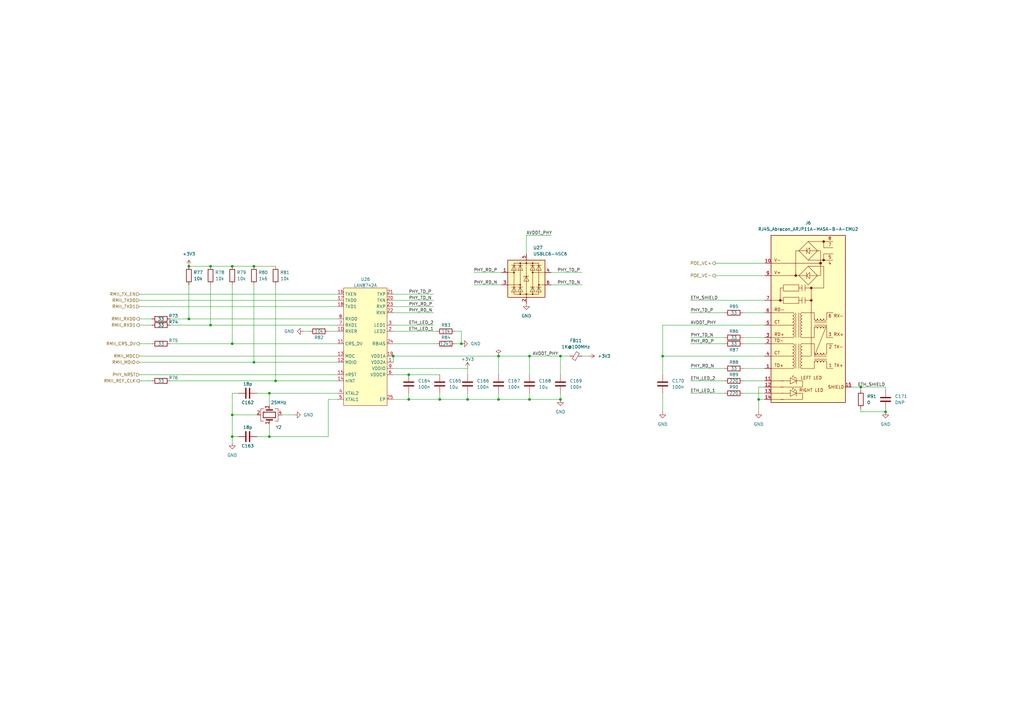
<source format=kicad_sch>
(kicad_sch (version 20211123) (generator eeschema)
  (paper "A3")
  (title_block (title "Kirdy") (date "2022-07-03") (rev "r0.1") (company "M-Labs") (comment 1 "Alex Wong Tat Hang"))
  (lib_symbols
    (symbol "Connector:RJ45_Abracon_ARJP11A-MASA-B-A-EMU2" (pin_names (offset 1.016) hide)
      (property "Reference" "J" (at 0 -38.1 0))
      (property "Value" "RJ45_Abracon_ARJP11A-MASA-B-A-EMU2" (at 0 -35.56 0))
      (symbol "RJ45_Abracon_ARJP11A-MASA-B-A-EMU2_0_0"
        (rectangle (start -15.24 -34.29) (end 15.24 34.29) (stroke (width 0.254)) (fill (type background)))
        (rectangle (start -3.81 8.89) (end -10.16 6.35))
        (polyline (pts (xy -15.24 -33.02) (xy -10.16 -33.02)))
        (polyline (pts (xy -15.24 -30.48) (xy -10.16 -30.48)))
        (polyline (pts (xy -15.24 -27.94) (xy -10.16 -27.94)))
        (polyline (pts (xy -15.24 -25.4) (xy -10.16 -25.4)))
        (polyline (pts (xy -15.24 -20.32) (xy -10.16 -20.32)))
        (polyline (pts (xy -15.24 -15.24) (xy -10.16 -15.24)))
        (polyline (pts (xy -15.24 -10.16) (xy -10.16 -10.16)))
        (polyline (pts (xy -15.24 -7.62) (xy -10.16 -7.62)))
        (polyline (pts (xy -15.24 -2.54) (xy -10.16 -2.54)))
        (polyline (pts (xy -15.24 2.54) (xy -10.16 2.54)))
        (polyline (pts (xy -15.24 22.86) (xy 5.08 22.86)))
        (polyline (pts (xy -11.43 7.62) (xy -15.24 7.62)))
        (polyline (pts (xy -11.176 -25.4) (xy -7.366 -25.4)))
        (polyline (pts (xy -10.16 7.62) (xy -11.43 7.62)))
        (polyline (pts (xy -5.08 17.78) (xy -15.24 17.78)))
        (polyline (pts (xy -5.08 17.78) (xy -3.81 17.78)))
        (polyline (pts (xy -5.08 19.05) (xy -5.08 17.78)))
        (polyline (pts (xy -3.81 7.62) (xy -2.54 7.62)))
        (polyline (pts (xy -3.81 12.7) (xy -2.54 12.7)))
        (polyline (pts (xy -2.54 8.89) (xy -2.54 6.35)))
        (polyline (pts (xy -1.27 8.89) (xy -1.27 6.35)))
        (polyline (pts (xy -1.27 13.97) (xy -1.27 11.43)))
        (polyline (pts (xy 0 21.59) (xy 6.35 21.59)))
        (polyline (pts (xy 0 24.13) (xy 10.16 24.13)))
        (polyline (pts (xy 0 31.75) (xy 10.16 31.75)))
        (polyline (pts (xy 1.27 10.16) (xy 1.27 12.7)))
        (polyline (pts (xy -10.16 12.7) (xy -11.43 12.7) (xy -11.43 7.62)))
        (polyline (pts (xy -3.81 27.94) (xy -5.08 27.94) (xy -5.08 17.78)))
        (polyline (pts (xy -1.27 12.7) (xy 0 12.7) (xy 1.27 12.7)))
        (polyline (pts (xy 1.27 12.7) (xy 6.35 12.7) (xy 6.35 21.59)))
        (polyline (pts (xy 6.35 24.13) (xy 6.35 26.67) (xy 10.16 26.67)))
        (polyline (pts (xy 6.35 31.75) (xy 6.35 29.21) (xy 10.16 29.21)))
        (polyline (pts (xy -4.826 -25.4) (xy -2.286 -25.4) (xy -2.286 -27.94) (xy -11.176 -27.94)))
        (polyline (pts (xy -2.54 -15.24) (xy -1.27 -15.24) (xy 1.27 -15.24) (xy 1.27 10.16)))
        (polyline (pts (xy 3.81 17.78) (xy 5.08 17.78) (xy 5.08 27.94) (xy 3.81 27.94)))
        (polyline (pts (xy -3.81 17.78) (xy 0 13.97) (xy 3.81 17.78) (xy 0 21.59) (xy -3.81 17.78)))
        (circle (center 1.27 7.62) (radius 0.0001) (stroke (width 0.508)))
        (text "1 TX+" (at 11.43 -19.05 0) (effects (font (size 1.27 1.27))))
        (text "2 TX-" (at 11.43 -11.43 0) (effects (font (size 1.27 1.27))))
        (text "3 RX+" (at 11.43 -6.35 0) (effects (font (size 1.27 1.27))))
        (text "4" (at 8.89 22.86 0) (effects (font (size 1.27 1.27))))
        (text "5" (at 8.89 25.4 0) (effects (font (size 1.27 1.27))))
        (text "6 RX-" (at 11.43 1.27 0) (effects (font (size 1.27 1.27))))
        (text "7" (at 8.89 30.48 0) (effects (font (size 1.27 1.27))))
        (text "8" (at 8.89 33.02 0) (effects (font (size 1.27 1.27))))
        (text "CT" (at -13.97 -1.27 0) (effects (font (size 1.27 1.27)) (justify left)))
        (text "LEFT LED" (at 1.27 -24.13 0) (effects (font (size 1.27 1.27))))
        (text "RD-" (at -13.97 3.81 0) (effects (font (size 1.27 1.27)) (justify left)))
        (text "SHIELD" (at 11.43 -27.94 0) (effects (font (size 1.27 1.27))))
        (text "V+" (at -13.97 19.05 0) (effects (font (size 1.27 1.27)) (justify left)))
        (text "V-" (at -13.97 24.13 0) (effects (font (size 1.27 1.27)) (justify left)))
      )
      (symbol "RJ45_Abracon_ARJP11A-MASA-B-A-EMU2_0_1"
        (arc (start -6.35 -16.51) (mid -5.715 -15.875) (end -6.35 -15.24))
        (arc (start -6.35 -15.24) (mid -5.715 -14.605) (end -6.35 -13.97))
        (arc (start -6.35 -13.97) (mid -6.35 -16.51) (end -6.35 -13.97))
        (arc (start -6.35 -11.43) (mid -5.715 -10.795) (end -6.35 -10.16))
        (polyline (pts (xy -6.35 -20.32) (xy -10.16 -20.32)))
        (polyline (pts (xy -6.35 -15.24) (xy -10.16 -15.24)))
        (polyline (pts (xy -6.35 -10.16) (xy -10.16 -10.16)))
        (polyline (pts (xy -6.35 -7.62) (xy -10.16 -7.62)))
        (polyline (pts (xy -6.35 -2.54) (xy -10.16 -2.54)))
        (polyline (pts (xy -6.35 2.54) (xy -10.16 2.54)))
        (polyline (pts (xy -6.096 -28.448) (xy -6.35 -28.448)))
        (polyline (pts (xy -5.334 -28.956) (xy -5.588 -28.956)))
        (polyline (pts (xy -4.826 -24.13) (xy -4.826 -26.67)))
        (polyline (pts (xy -1.27 7.62) (xy 1.27 7.62)))
        (polyline (pts (xy -0.635 17.78) (xy -3.81 17.78)))
        (polyline (pts (xy -0.635 19.05) (xy -0.635 16.51)))
        (polyline (pts (xy 0.635 17.78) (xy 3.81 17.78)))
        (polyline (pts (xy -6.604 -28.956) (xy -6.096 -28.448) (xy -6.096 -28.702)))
        (polyline (pts (xy -5.842 -29.464) (xy -5.334 -28.956) (xy -5.334 -29.21)))
        (polyline (pts (xy -7.366 -24.13) (xy -7.366 -26.67) (xy -4.826 -25.4) (xy -7.366 -24.13)))
        (polyline (pts (xy 0.635 19.05) (xy 0.635 16.51) (xy -0.635 17.78) (xy 0.635 19.05)))
      )
      (symbol "RJ45_Abracon_ARJP11A-MASA-B-A-EMU2_1_1"
        (circle (center -11.43 7.62) (radius 0.0001) (stroke (width 0.508)))
        (arc (start -6.35 -20.32) (mid -5.715 -19.685) (end -6.35 -19.05))
        (arc (start -6.35 -19.05) (mid -5.715 -18.415) (end -6.35 -17.78))
        (arc (start -6.35 -17.78) (mid -6.35 -20.32) (end -6.35 -17.78))
        (arc (start -6.35 -17.78) (mid -5.715 -17.145) (end -6.35 -16.51))
        (arc (start -6.35 -13.97) (mid -5.715 -13.335) (end -6.35 -12.7))
        (arc (start -6.35 -12.7) (mid -5.715 -12.065) (end -6.35 -11.43))
        (arc (start -6.35 -7.62) (mid -5.715 -6.985) (end -6.35 -6.35))
        (arc (start -6.35 -6.35) (mid -5.715 -5.715) (end -6.35 -5.08))
        (arc (start -6.35 -5.08) (mid -6.35 -7.62) (end -6.35 -5.08))
        (arc (start -6.35 -5.08) (mid -5.715 -4.445) (end -6.35 -3.81))
        (arc (start -6.35 -3.81) (mid -6.35 -6.35) (end -6.35 -3.81))
        (arc (start -6.35 -3.81) (mid -5.715 -3.175) (end -6.35 -2.54))
        (arc (start -6.35 -2.54) (mid -5.715 -1.905) (end -6.35 -1.27))
        (arc (start -6.35 -1.27) (mid -5.715 -0.635) (end -6.35 0))
        (arc (start -6.35 0) (mid -5.715 0.635) (end -6.35 1.27))
        (arc (start -6.35 1.27) (mid -6.35 -1.27) (end -6.35 1.27))
        (arc (start -6.35 1.27) (mid -5.715 1.905) (end -6.35 2.54))
        (circle (center -5.08 17.78) (radius 0.0001) (stroke (width 0.508)))
        (rectangle (start -3.81 13.97) (end -10.16 11.43))
        (arc (start -2.54 -19.05) (mid -3.175 -19.685) (end -2.54 -20.32))
        (arc (start -2.54 -19.05) (mid -2.54 -16.51) (end -2.54 -19.05))
        (arc (start -2.54 -17.78) (mid -3.175 -18.415) (end -2.54 -19.05))
        (arc (start -2.54 -16.51) (mid -3.175 -17.145) (end -2.54 -17.78))
        (arc (start -2.54 -15.24) (mid -3.175 -15.875) (end -2.54 -16.51))
        (arc (start -2.54 -15.24) (mid -2.54 -12.7) (end -2.54 -15.24))
        (arc (start -2.54 -13.97) (mid -3.175 -14.605) (end -2.54 -15.24))
        (arc (start -2.54 -12.7) (mid -3.175 -13.335) (end -2.54 -13.97))
        (arc (start -2.54 -11.43) (mid -3.175 -12.065) (end -2.54 -12.7))
        (arc (start -2.54 -10.16) (mid -3.175 -10.795) (end -2.54 -11.43))
        (arc (start -2.54 -6.35) (mid -3.175 -6.985) (end -2.54 -7.62))
        (arc (start -2.54 -6.35) (mid -2.54 -3.81) (end -2.54 -6.35))
        (arc (start -2.54 -5.08) (mid -3.175 -5.715) (end -2.54 -6.35))
        (arc (start -2.54 -3.81) (mid -3.175 -4.445) (end -2.54 -5.08))
        (arc (start -2.54 -3.81) (mid -2.54 -1.27) (end -2.54 -3.81))
        (arc (start -2.54 -2.54) (mid -3.175 -3.175) (end -2.54 -3.81))
        (arc (start -2.54 -1.27) (mid -3.175 -1.905) (end -2.54 -2.54))
        (arc (start -2.54 0) (mid -3.175 -0.635) (end -2.54 -1.27))
        (arc (start -2.54 0) (mid -2.54 2.54) (end -2.54 0))
        (arc (start -2.54 1.27) (mid -3.175 0.635) (end -2.54 0))
        (arc (start -2.54 2.54) (mid -3.175 1.905) (end -2.54 1.27))
        (polyline (pts (xy -11.176 -30.48) (xy -7.366 -30.48)))
        (polyline (pts (xy -6.096 -23.368) (xy -6.35 -23.368)))
        (polyline (pts (xy -5.334 -23.876) (xy -5.588 -23.876)))
        (polyline (pts (xy -5.08 -10.16) (xy -5.08 -20.32)))
        (polyline (pts (xy -5.08 2.54) (xy -5.08 -7.62)))
        (polyline (pts (xy -4.826 -29.21) (xy -4.826 -31.75)))
        (polyline (pts (xy -3.81 -20.32) (xy -3.81 -10.16)))
        (polyline (pts (xy -3.81 -7.62) (xy -3.81 2.54)))
        (polyline (pts (xy -2.54 13.97) (xy -2.54 11.43)))
        (polyline (pts (xy -0.635 27.94) (xy -3.81 27.94)))
        (polyline (pts (xy -0.635 29.21) (xy -0.635 26.67)))
        (polyline (pts (xy 0.635 27.94) (xy 3.81 27.94)))
        (polyline (pts (xy 2.54 -16.51) (xy 7.62 -16.51)))
        (polyline (pts (xy 2.54 -15.24) (xy 7.62 -2.54)))
        (polyline (pts (xy 2.54 -2.54) (xy 7.62 -2.54)))
        (polyline (pts (xy 7.62 -15.24) (xy 2.54 -15.24)))
        (polyline (pts (xy 7.62 -1.27) (xy 2.54 -1.27)))
        (polyline (pts (xy -6.604 -23.876) (xy -6.096 -23.368) (xy -6.096 -23.622)))
        (polyline (pts (xy -5.842 -24.384) (xy -5.334 -23.876) (xy -5.334 -24.13)))
        (polyline (pts (xy -2.54 -10.16) (xy 2.54 -10.16) (xy 2.54 -13.97)))
        (polyline (pts (xy -2.54 -7.62) (xy 2.54 -7.62) (xy 2.54 -3.81)))
        (polyline (pts (xy -2.54 2.54) (xy 2.54 2.54) (xy 2.54 0)))
        (polyline (pts (xy 2.54 -17.78) (xy 2.54 -20.32) (xy -2.54 -20.32)))
        (polyline (pts (xy 7.62 -17.78) (xy 7.62 -20.32) (xy 10.16 -20.32)))
        (polyline (pts (xy 7.62 -13.97) (xy 7.62 -10.16) (xy 10.16 -10.16)))
        (polyline (pts (xy 7.62 -3.81) (xy 7.62 -7.62) (xy 10.16 -7.62)))
        (polyline (pts (xy 7.62 0) (xy 7.62 2.54) (xy 10.16 2.54)))
        (polyline (pts (xy -7.366 -29.21) (xy -7.366 -31.75) (xy -4.826 -30.48) (xy -7.366 -29.21)))
        (polyline (pts (xy -4.826 -30.48) (xy -2.286 -30.48) (xy -2.286 -33.02) (xy -11.176 -33.02)))
        (polyline (pts (xy 0.635 29.21) (xy 0.635 26.67) (xy -0.635 27.94) (xy 0.635 29.21)))
        (polyline (pts (xy -3.81 27.94) (xy 0 24.13) (xy 3.81 27.94) (xy 0 31.75) (xy -3.81 27.94)))
        (circle (center 1.27 12.7) (radius 0.0001) (stroke (width 0.508)))
        (arc (start 2.54 -17.78) (mid 5.08 -17.78) (end 2.54 -17.78))
        (arc (start 2.54 -13.97) (mid 3.175 -14.605) (end 3.81 -13.97))
        (arc (start 2.54 -13.97) (mid 3.175 -14.605) (end 3.81 -13.97))
        (arc (start 2.54 -3.81) (mid 5.08 -3.81) (end 2.54 -3.81))
        (arc (start 2.54 0) (mid 3.175 -0.635) (end 3.81 0))
        (arc (start 2.54 0) (mid 3.175 -0.635) (end 3.81 0))
        (arc (start 3.81 -17.78) (mid 3.175 -17.145) (end 2.54 -17.78))
        (arc (start 3.81 -17.78) (mid 3.175 -17.145) (end 2.54 -17.78))
        (arc (start 3.81 -13.97) (mid 1.27 -13.97) (end 3.81 -13.97))
        (arc (start 3.81 -13.97) (mid 4.445 -14.605) (end 5.08 -13.97))
        (arc (start 3.81 -3.81) (mid 3.175 -3.175) (end 2.54 -3.81))
        (arc (start 3.81 -3.81) (mid 3.175 -3.175) (end 2.54 -3.81))
        (arc (start 3.81 0) (mid 1.27 0) (end 3.81 0))
        (arc (start 3.81 0) (mid 4.445 -0.635) (end 5.08 0))
        (arc (start 5.08 -17.78) (mid 4.445 -17.145) (end 3.81 -17.78))
        (arc (start 5.08 -17.78) (mid 7.62 -17.78) (end 5.08 -17.78))
        (arc (start 5.08 -13.97) (mid 5.715 -14.605) (end 6.35 -13.97))
        (arc (start 5.08 -13.97) (mid 5.715 -14.605) (end 6.35 -13.97))
        (arc (start 5.08 -3.81) (mid 4.445 -3.175) (end 3.81 -3.81))
        (arc (start 5.08 -3.81) (mid 7.62 -3.81) (end 5.08 -3.81))
        (arc (start 5.08 0) (mid 5.715 -0.635) (end 6.35 0))
        (arc (start 5.08 0) (mid 5.715 -0.635) (end 6.35 0))
        (circle (center 5.08 22.86) (radius 0.0001) (stroke (width 0.508)))
        (circle (center 5.08 22.86) (radius 0.0001) (stroke (width 0.508)))
        (arc (start 6.35 -17.78) (mid 5.715 -17.145) (end 5.08 -17.78))
        (arc (start 6.35 -17.78) (mid 5.715 -17.145) (end 5.08 -17.78))
        (arc (start 6.35 -13.97) (mid 3.81 -13.97) (end 6.35 -13.97))
        (arc (start 6.35 -13.97) (mid 6.985 -14.605) (end 7.62 -13.97))
        (arc (start 6.35 -3.81) (mid 5.715 -3.175) (end 5.08 -3.81))
        (arc (start 6.35 -3.81) (mid 5.715 -3.175) (end 5.08 -3.81))
        (arc (start 6.35 0) (mid 3.81 0) (end 6.35 0))
        (arc (start 6.35 0) (mid 6.985 -0.635) (end 7.62 0))
        (circle (center 6.35 24.13) (radius 0.0001) (stroke (width 0.508)))
        (circle (center 6.35 31.75) (radius 0.0001) (stroke (width 0.508)))
        (arc (start 7.62 -17.78) (mid 6.985 -17.145) (end 6.35 -17.78))
        (arc (start 7.62 -3.81) (mid 6.985 -3.175) (end 6.35 -3.81))
        (text "CT" (at -13.97 -13.97 0) (effects (font (size 1.27 1.27)) (justify left)))
        (text "RD+" (at -13.97 -6.35 0) (effects (font (size 1.27 1.27)) (justify left)))
        (text "RIGHT LED" (at 1.27 -29.21 0) (effects (font (size 1.27 1.27))))
        (text "TD+" (at -13.97 -19.05 0) (effects (font (size 1.27 1.27)) (justify left)))
        (text "TD-" (at -13.97 -8.89 0) (effects (font (size 1.27 1.27)) (justify left)))
        (pin passive line (at -17.78 -20.32 0) (length 2.54) (name "TD+") (number "1"))
        (pin power_out line (at -17.78 22.86 0) (length 2.54) (name "V-") (number "10"))
        (pin passive line (at -17.78 -25.4 0) (length 2.54) (name "LLED+") (number "11"))
        (pin passive line (at -17.78 -27.94 0) (length 2.54) (name "LLED-") (number "12"))
        (pin passive line (at -17.78 -30.48 0) (length 2.54) (name "RLED+") (number "13"))
        (pin passive line (at -17.78 -33.02 0) (length 2.54) (name "RLED-") (number "14"))
        (pin passive line (at 17.78 -27.94 180) (length 2.54) (name "SHIELD") (number "15"))
        (pin passive line (at -17.78 -10.16 0) (length 2.54) (name "TD-") (number "2"))
        (pin passive line (at -17.78 -7.62 0) (length 2.54) (name "RD+") (number "3"))
        (pin passive line (at -17.78 -15.24 0) (length 2.54) (name "CT") (number "4"))
        (pin passive line (at -17.78 -2.54 0) (length 2.54) (name "CT") (number "5"))
        (pin passive line (at -17.78 2.54 0) (length 2.54) (name "RD-") (number "6"))
        (pin passive line (at -17.78 7.62 0) (length 2.54) (name "7") (number "7"))
        (pin power_out line (at -17.78 17.78 0) (length 2.54) (name "V+") (number "9"))
      )
    )
    (symbol "Device:C" (pin_numbers hide) (pin_names (offset 0.254))
      (property "Reference" "C" (at 0.635 2.54 0))
      (property "Value" "C" (at 0.635 -2.54 0))
      (symbol "C_0_1"
        (polyline (pts (xy -2.032 -0.762) (xy 2.032 -0.762)) (stroke (width 0.508)))
        (polyline (pts (xy -2.032 0.762) (xy 2.032 0.762)) (stroke (width 0.508)))
      )
      (symbol "C_1_1"
        (pin passive line (at 0 3.81 270) (length 2.794) (name "~") (number "1"))
        (pin passive line (at 0 -3.81 90) (length 2.794) (name "~") (number "2"))
      )
    )
    (symbol "Device:Crystal_GND24" (pin_names (offset 1.016) hide)
      (property "Reference" "Y" (at 3.175 5.08 0))
      (property "Value" "Crystal_GND24" (at 3.175 3.175 0))
      (symbol "Crystal_GND24_0_1"
        (rectangle (start -1.143 2.54) (end 1.143 -2.54) (stroke (width 0.3048)))
        (polyline (pts (xy -2.54 0) (xy -2.032 0)))
        (polyline (pts (xy -2.032 -1.27) (xy -2.032 1.27)) (stroke (width 0.508)))
        (polyline (pts (xy 0 -3.81) (xy 0 -3.556)))
        (polyline (pts (xy 0 3.556) (xy 0 3.81)))
        (polyline (pts (xy 2.032 -1.27) (xy 2.032 1.27)) (stroke (width 0.508)))
        (polyline (pts (xy 2.032 0) (xy 2.54 0)))
        (polyline (pts (xy -2.54 -2.286) (xy -2.54 -3.556) (xy 2.54 -3.556) (xy 2.54 -2.286)))
        (polyline (pts (xy -2.54 2.286) (xy -2.54 3.556) (xy 2.54 3.556) (xy 2.54 2.286)))
      )
      (symbol "Crystal_GND24_1_1"
        (pin passive line (at -3.81 0 0) (length 1.27) (name "1") (number "1"))
        (pin passive line (at 0 5.08 270) (length 1.27) (name "2") (number "2"))
        (pin passive line (at 3.81 0 180) (length 1.27) (name "3") (number "3"))
        (pin passive line (at 0 -5.08 90) (length 1.27) (name "4") (number "4"))
      )
    )
    (symbol "Device:FerriteBead_Small" (pin_numbers hide) (pin_names (offset 0))
      (property "Reference" "FB" (at 1.905 1.27 0))
      (property "Value" "FerriteBead_Small" (at 1.905 -1.27 0))
      (symbol "FerriteBead_Small_0_1"
        (polyline (pts (xy 0 -1.27) (xy 0 -0.7874)))
        (polyline (pts (xy 0 0.889) (xy 0 1.2954)))
        (polyline (pts (xy -1.8288 0.2794) (xy -1.1176 1.4986) (xy 1.8288 -0.2032) (xy 1.1176 -1.4224) (xy -1.8288 0.2794)))
      )
      (symbol "FerriteBead_Small_1_1"
        (pin passive line (at 0 2.54 270) (length 1.27) (name "~") (number "1"))
        (pin passive line (at 0 -2.54 90) (length 1.27) (name "~") (number "2"))
      )
    )
    (symbol "Device:R" (pin_numbers hide) (pin_names (offset 0))
      (property "Reference" "R" (at 2.032 0 90))
      (property "Value" "R" (at 0 0 90))
      (symbol "R_0_1"
        (rectangle (start -1.016 -2.54) (end 1.016 2.54) (stroke (width 0.254)))
      )
      (symbol "R_1_1"
        (pin passive line (at 0 3.81 270) (length 1.27) (name "~") (number "1"))
        (pin passive line (at 0 -3.81 90) (length 1.27) (name "~") (number "2"))
      )
    )
    (symbol "Power_Protection:USBLC6-4SC6" (pin_names hide)
      (property "Reference" "U" (at 2.54 8.89 0))
      (property "Value" "USBLC6-4SC6" (at 2.54 -8.89 0))
      (symbol "USBLC6-4SC6_0_1"
        (rectangle (start -7.62 -7.62) (end 7.62 7.62) (stroke (width 0.254)) (fill (type background)))
        (circle (center -5.08 2.54) (radius 0.254) (fill (type outline)))
        (circle (center -2.54 -6.35) (radius 0.254) (fill (type outline)))
        (circle (center -2.54 -2.54) (radius 0.254) (fill (type outline)))
        (circle (center -2.54 6.35) (radius 0.254) (fill (type outline)))
        (rectangle (start -2.54 6.35) (end 2.54 -6.35))
        (circle (center 0 -6.35) (radius 0.254) (fill (type outline)))
        (polyline (pts (xy -5.08 2.54) (xy -7.62 2.54)))
        (polyline (pts (xy -4.064 -3.429) (xy -6.096 -3.429)))
        (polyline (pts (xy -4.064 5.461) (xy -6.096 5.461)))
        (polyline (pts (xy -2.54 -2.54) (xy -7.62 -2.54)))
        (polyline (pts (xy -1.524 -3.429) (xy -3.556 -3.429)))
        (polyline (pts (xy -1.524 5.461) (xy -3.556 5.461)))
        (polyline (pts (xy 0 -7.62) (xy 0 -6.35)))
        (polyline (pts (xy 0 -6.35) (xy 0 1.27)))
        (polyline (pts (xy 0 1.27) (xy 0 6.35)))
        (polyline (pts (xy 0 6.35) (xy 0 7.62)))
        (polyline (pts (xy 1.524 -3.429) (xy 3.556 -3.429)))
        (polyline (pts (xy 1.524 5.461) (xy 3.556 5.461)))
        (polyline (pts (xy 2.54 2.54) (xy 7.62 2.54)))
        (polyline (pts (xy 4.064 -3.429) (xy 6.096 -3.429)))
        (polyline (pts (xy 4.064 5.461) (xy 6.096 5.461)))
        (polyline (pts (xy 5.08 -2.54) (xy 7.62 -2.54)))
        (polyline (pts (xy -6.096 -5.461) (xy -4.064 -5.461) (xy -5.08 -3.429) (xy -6.096 -5.461)))
        (polyline (pts (xy -6.096 3.429) (xy -4.064 3.429) (xy -5.08 5.461) (xy -6.096 3.429)))
        (polyline (pts (xy -3.556 -5.461) (xy -1.524 -5.461) (xy -2.54 -3.429) (xy -3.556 -5.461)))
        (polyline (pts (xy -3.556 3.429) (xy -1.524 3.429) (xy -2.54 5.461) (xy -3.556 3.429)))
        (polyline (pts (xy -2.54 6.35) (xy -5.08 6.35) (xy -5.08 -6.35) (xy -2.54 -6.35)))
        (polyline (pts (xy -1.016 -1.016) (xy 1.016 -1.016) (xy 0 1.016) (xy -1.016 -1.016)))
        (polyline (pts (xy 1.016 1.016) (xy 0.762 1.016) (xy -1.016 1.016) (xy -1.016 0.508)))
        (polyline (pts (xy 2.54 6.35) (xy 5.08 6.35) (xy 5.08 -6.35) (xy 2.54 -6.35)))
        (polyline (pts (xy 3.556 -5.461) (xy 1.524 -5.461) (xy 2.54 -3.429) (xy 3.556 -5.461)))
        (polyline (pts (xy 3.556 3.429) (xy 1.524 3.429) (xy 2.54 5.461) (xy 3.556 3.429)))
        (polyline (pts (xy 6.096 -5.461) (xy 4.064 -5.461) (xy 5.08 -3.429) (xy 6.096 -5.461)))
        (polyline (pts (xy 6.096 3.429) (xy 4.064 3.429) (xy 5.08 5.461) (xy 6.096 3.429)))
        (circle (center 0 6.35) (radius 0.254) (fill (type outline)))
        (circle (center 2.54 -6.35) (radius 0.254) (fill (type outline)))
        (circle (center 2.54 2.54) (radius 0.254) (fill (type outline)))
        (circle (center 2.54 6.35) (radius 0.254) (fill (type outline)))
        (circle (center 5.08 -2.54) (radius 0.254) (fill (type outline)))
      )
      (symbol "USBLC6-4SC6_1_1"
        (pin passive line (at -10.16 2.54 0) (length 2.54) (name "I/O1") (number "1"))
        (pin passive line (at 0 -10.16 90) (length 2.54) (name "GND") (number "2"))
        (pin passive line (at -10.16 -2.54 0) (length 2.54) (name "I/O2") (number "3"))
        (pin passive line (at 10.16 2.54 180) (length 2.54) (name "I/O3") (number "4"))
        (pin passive line (at 0 10.16 270) (length 2.54) (name "VBUS") (number "5"))
        (pin passive line (at 10.16 -2.54 180) (length 2.54) (name "I/O4") (number "6"))
      )
    )
    (symbol "kirdy:LAN8742A"
      (property "Reference" "U" (at 0 -30.48 0))
      (property "Value" "LAN8742A" (at 0 -27.94 0))
      (symbol "LAN8742A_0_0"
        (pin power_in line (at 10.16 -7.62 180) (length 2.54) (name "VDD2A") (number "1"))
        (pin bidirectional line (at -12.7 5.08 0) (length 2.54) (name "RXER") (number "10"))
        (pin output line (at -12.7 0 0) (length 2.54) (name "CRS_DV") (number "11"))
        (pin bidirectional line (at -12.7 -7.62 0) (length 2.54) (name "MDIO") (number "12"))
        (pin input line (at -12.7 -5.08 0) (length 2.54) (name "MDC") (number "13"))
        (pin output line (at -12.7 -15.24 0) (length 2.54) (name "nINT") (number "14"))
        (pin input line (at -12.7 -12.7 0) (length 2.54) (name "nRST") (number "15"))
        (pin input line (at -12.7 20.32 0) (length 2.54) (name "TXEN") (number "16"))
        (pin input line (at -12.7 17.78 0) (length 2.54) (name "TXD0") (number "17"))
        (pin input line (at -12.7 15.24 0) (length 2.54) (name "TXD1") (number "18"))
        (pin power_in line (at 10.16 -5.08 180) (length 2.54) (name "VDD1A") (number "19"))
        (pin output line (at 10.16 5.08 180) (length 2.54) (name "LED2") (number "2"))
        (pin bidirectional line (at 10.16 17.78 180) (length 2.54) (name "TXN") (number "20"))
        (pin bidirectional line (at 10.16 20.32 180) (length 2.54) (name "TXP") (number "21"))
        (pin bidirectional line (at 10.16 12.7 180) (length 2.54) (name "RXN") (number "22"))
        (pin bidirectional line (at 10.16 15.24 180) (length 2.54) (name "RXP") (number "23"))
        (pin passive line (at 10.16 0 180) (length 2.54) (name "RBIAS") (number "24"))
        (pin power_in line (at 10.16 -22.86 180) (length 2.54) (name "EP") (number "25"))
        (pin output line (at 10.16 7.62 180) (length 2.54) (name "LED1") (number "3"))
        (pin input line (at -12.7 -20.32 0) (length 2.54) (name "XTAL2") (number "4"))
        (pin input line (at -12.7 -22.86 0) (length 2.54) (name "XTAL1") (number "5"))
        (pin passive line (at 10.16 -12.7 180) (length 2.54) (name "VDDCR") (number "6"))
        (pin output line (at -12.7 7.62 0) (length 2.54) (name "RXD1") (number "7"))
        (pin output line (at -12.7 10.16 0) (length 2.54) (name "RXD0") (number "8"))
        (pin power_in line (at 10.16 -10.16 180) (length 2.54) (name "VDDIO") (number "9"))
      )
      (symbol "LAN8742A_0_1"
        (rectangle (start -10.16 22.86) (end 7.62 -25.4) (fill (type background)))
      )
    )
    (symbol "power:+3V3" (power) (pin_names (offset 0))
      (property "Value" "+3V3" (at 0 3.556 0))
      (symbol "+3V3_0_1"
        (polyline (pts (xy -0.762 1.27) (xy 0 2.54)))
        (polyline (pts (xy 0 0) (xy 0 2.54)))
        (polyline (pts (xy 0 2.54) (xy 0.762 1.27)))
      )
      (symbol "+3V3_1_1"
        (pin power_in line (at 0 0 90) (length 0) hide (name "+3V3") (number "1"))
      )
    )
    (symbol "power:GND" (power) (pin_names (offset 0))
      (property "Value" "GND" (at 0 -3.81 0))
      (symbol "GND_0_1"
        (polyline (pts (xy 0 0) (xy 0 -1.27) (xy 1.27 -1.27) (xy 0 -2.54) (xy -1.27 -1.27) (xy 0 -1.27)))
      )
      (symbol "GND_1_1"
        (pin power_in line (at 0 0 270) (length 0) hide (name "GND") (number "1"))
      )
    )
    (symbol "power:PWR_FLAG" (power) (pin_numbers hide) (pin_names (offset 0) hide)
      (property "Value" "PWR_FLAG" (at 0 3.81 0))
      (symbol "PWR_FLAG_0_0"
        (pin power_out line (at 0 0 90) (length 0) (name "pwr") (number "1"))
      )
      (symbol "PWR_FLAG_0_1"
        (polyline (pts (xy 0 0) (xy 0 1.27) (xy -1.016 1.905) (xy 0 2.54) (xy 1.016 1.905) (xy 0 1.27)))
      )
    )
  )
  (junction (at 191.77 163.83))
  (junction (at 95.25 179.07))
  (junction (at 363.22 168.91))
  (junction (at 77.47 130.81))
  (junction (at 311.15 163.83))
  (junction (at 104.14 109.22))
  (junction (at 204.47 146.05))
  (junction (at 104.14 148.59))
  (junction (at 180.34 163.83))
  (junction (at 217.17 146.05))
  (junction (at 95.25 109.22))
  (junction (at 77.47 109.22))
  (junction (at 86.36 133.35))
  (junction (at 113.03 156.21))
  (junction (at 271.78 146.05))
  (junction (at 353.06 158.75))
  (junction (at 189.23 140.97))
  (junction (at 204.47 163.83))
  (junction (at 167.64 163.83))
  (junction (at 95.25 170.18))
  (junction (at 229.87 163.83))
  (junction (at 110.49 179.07))
  (junction (at 167.64 153.67))
  (junction (at 95.25 140.97))
  (junction (at 229.87 146.05))
  (junction (at 217.17 163.83))
  (junction (at 86.36 109.22))
  (junction (at 110.49 161.29))
  (junction (at 161.29 146.05))
  (wire (pts (xy 238.76 146.05) (xy 241.3 146.05)))
  (wire (pts (xy 95.25 109.22) (xy 104.14 109.22)))
  (wire (pts (xy 57.15 148.59) (xy 104.14 148.59)))
  (wire (pts (xy 180.34 161.29) (xy 180.34 163.83)))
  (wire (pts (xy 283.21 138.43) (xy 297.18 138.43)))
  (wire (pts (xy 304.8 138.43) (xy 313.69 138.43)))
  (wire (pts (xy 353.06 158.75) (xy 353.06 160.02)))
  (wire (pts (xy 204.47 161.29) (xy 204.47 163.83)))
  (wire (pts (xy 161.29 140.97) (xy 179.07 140.97)))
  (wire (pts (xy 189.23 135.89) (xy 189.23 140.97)))
  (wire (pts (xy 161.29 128.27) (xy 177.8 128.27)))
  (wire (pts (xy 57.15 130.81) (xy 62.23 130.81)))
  (wire (pts (xy 204.47 163.83) (xy 217.17 163.83)))
  (wire (pts (xy 349.25 158.75) (xy 353.06 158.75)))
  (wire (pts (xy 77.47 116.84) (xy 77.47 130.81)))
  (wire (pts (xy 57.15 133.35) (xy 62.23 133.35)))
  (wire (pts (xy 194.31 116.84) (xy 205.74 116.84)))
  (wire (pts (xy 271.78 146.05) (xy 313.69 146.05)))
  (wire (pts (xy 95.25 116.84) (xy 95.25 140.97)))
  (wire (pts (xy 311.15 158.75) (xy 311.15 163.83)))
  (wire (pts (xy 283.21 161.29) (xy 297.18 161.29)))
  (wire (pts (xy 95.25 170.18) (xy 105.41 170.18)))
  (wire (pts (xy 134.62 163.83) (xy 138.43 163.83)))
  (wire (pts (xy 271.78 168.91) (xy 271.78 161.29)))
  (wire (pts (xy 105.41 179.07) (xy 110.49 179.07)))
  (wire (pts (xy 95.25 170.18) (xy 95.25 161.29)))
  (wire (pts (xy 353.06 168.91) (xy 363.22 168.91)))
  (wire (pts (xy 194.31 111.76) (xy 205.74 111.76)))
  (wire (pts (xy 167.64 153.67) (xy 180.34 153.67)))
  (wire (pts (xy 110.49 161.29) (xy 138.43 161.29)))
  (wire (pts (xy 304.8 156.21) (xy 313.69 156.21)))
  (wire (pts (xy 113.03 156.21) (xy 138.43 156.21)))
  (wire (pts (xy 161.29 146.05) (xy 161.29 148.59)))
  (wire (pts (xy 115.57 170.18) (xy 120.65 170.18)))
  (wire (pts (xy 229.87 146.05) (xy 229.87 153.67)))
  (wire (pts (xy 293.37 113.03) (xy 313.69 113.03)))
  (wire (pts (xy 167.64 163.83) (xy 180.34 163.83)))
  (wire (pts (xy 191.77 163.83) (xy 204.47 163.83)))
  (wire (pts (xy 86.36 133.35) (xy 138.43 133.35)))
  (wire (pts (xy 217.17 161.29) (xy 217.17 163.83)))
  (wire (pts (xy 57.15 156.21) (xy 62.23 156.21)))
  (wire (pts (xy 69.85 140.97) (xy 95.25 140.97)))
  (wire (pts (xy 186.69 140.97) (xy 189.23 140.97)))
  (wire (pts (xy 95.25 181.61) (xy 95.25 179.07)))
  (wire (pts (xy 229.87 163.83) (xy 229.87 161.29)))
  (wire (pts (xy 283.21 156.21) (xy 297.18 156.21)))
  (wire (pts (xy 161.29 120.65) (xy 177.8 120.65)))
  (wire (pts (xy 229.87 146.05) (xy 233.68 146.05)))
  (wire (pts (xy 57.15 146.05) (xy 138.43 146.05)))
  (wire (pts (xy 191.77 161.29) (xy 191.77 163.83)))
  (wire (pts (xy 217.17 146.05) (xy 229.87 146.05)))
  (wire (pts (xy 161.29 146.05) (xy 204.47 146.05)))
  (wire (pts (xy 271.78 146.05) (xy 271.78 153.67)))
  (wire (pts (xy 113.03 116.84) (xy 113.03 156.21)))
  (wire (pts (xy 57.15 140.97) (xy 62.23 140.97)))
  (wire (pts (xy 161.29 153.67) (xy 167.64 153.67)))
  (wire (pts (xy 57.15 153.67) (xy 138.43 153.67)))
  (wire (pts (xy 215.9 96.52) (xy 226.06 96.52)))
  (wire (pts (xy 313.69 133.35) (xy 271.78 133.35)))
  (wire (pts (xy 57.15 120.65) (xy 138.43 120.65)))
  (wire (pts (xy 161.29 163.83) (xy 167.64 163.83)))
  (wire (pts (xy 134.62 135.89) (xy 138.43 135.89)))
  (wire (pts (xy 161.29 135.89) (xy 179.07 135.89)))
  (wire (pts (xy 95.25 179.07) (xy 97.79 179.07)))
  (wire (pts (xy 186.69 135.89) (xy 189.23 135.89)))
  (wire (pts (xy 226.06 111.76) (xy 238.76 111.76)))
  (wire (pts (xy 304.8 128.27) (xy 313.69 128.27)))
  (wire (pts (xy 86.36 109.22) (xy 95.25 109.22)))
  (wire (pts (xy 226.06 116.84) (xy 238.76 116.84)))
  (wire (pts (xy 95.25 161.29) (xy 97.79 161.29)))
  (wire (pts (xy 283.21 123.19) (xy 313.69 123.19)))
  (wire (pts (xy 311.15 168.91) (xy 311.15 163.83)))
  (wire (pts (xy 77.47 130.81) (xy 138.43 130.81)))
  (wire (pts (xy 110.49 179.07) (xy 134.62 179.07)))
  (wire (pts (xy 86.36 116.84) (xy 86.36 133.35)))
  (wire (pts (xy 283.21 128.27) (xy 297.18 128.27)))
  (wire (pts (xy 95.25 179.07) (xy 95.25 170.18)))
  (wire (pts (xy 304.8 161.29) (xy 313.69 161.29)))
  (wire (pts (xy 363.22 158.75) (xy 363.22 160.02)))
  (wire (pts (xy 161.29 151.13) (xy 191.77 151.13)))
  (wire (pts (xy 363.22 167.64) (xy 363.22 168.91)))
  (wire (pts (xy 104.14 148.59) (xy 138.43 148.59)))
  (wire (pts (xy 110.49 166.37) (xy 110.49 161.29)))
  (wire (pts (xy 95.25 140.97) (xy 138.43 140.97)))
  (wire (pts (xy 204.47 146.05) (xy 204.47 153.67)))
  (wire (pts (xy 57.15 125.73) (xy 138.43 125.73)))
  (wire (pts (xy 217.17 146.05) (xy 217.17 153.67)))
  (wire (pts (xy 104.14 109.22) (xy 113.03 109.22)))
  (wire (pts (xy 110.49 173.99) (xy 110.49 179.07)))
  (wire (pts (xy 304.8 140.97) (xy 313.69 140.97)))
  (wire (pts (xy 134.62 179.07) (xy 134.62 163.83)))
  (wire (pts (xy 161.29 133.35) (xy 177.8 133.35)))
  (wire (pts (xy 69.85 130.81) (xy 77.47 130.81)))
  (wire (pts (xy 283.21 140.97) (xy 297.18 140.97)))
  (wire (pts (xy 69.85 133.35) (xy 86.36 133.35)))
  (wire (pts (xy 180.34 163.83) (xy 191.77 163.83)))
  (wire (pts (xy 161.29 123.19) (xy 177.8 123.19)))
  (wire (pts (xy 204.47 146.05) (xy 217.17 146.05)))
  (wire (pts (xy 311.15 163.83) (xy 313.69 163.83)))
  (wire (pts (xy 161.29 125.73) (xy 177.8 125.73)))
  (wire (pts (xy 304.8 151.13) (xy 313.69 151.13)))
  (wire (pts (xy 69.85 156.21) (xy 113.03 156.21)))
  (wire (pts (xy 105.41 161.29) (xy 110.49 161.29)))
  (wire (pts (xy 293.37 107.95) (xy 313.69 107.95)))
  (wire (pts (xy 215.9 96.52) (xy 215.9 104.14)))
  (wire (pts (xy 271.78 133.35) (xy 271.78 146.05)))
  (wire (pts (xy 217.17 163.83) (xy 229.87 163.83)))
  (wire (pts (xy 313.69 158.75) (xy 311.15 158.75)))
  (wire (pts (xy 353.06 158.75) (xy 363.22 158.75)))
  (wire (pts (xy 353.06 167.64) (xy 353.06 168.91)))
  (wire (pts (xy 77.47 109.22) (xy 86.36 109.22)))
  (wire (pts (xy 283.21 151.13) (xy 297.18 151.13)))
  (wire (pts (xy 104.14 116.84) (xy 104.14 148.59)))
  (wire (pts (xy 191.77 151.13) (xy 191.77 153.67)))
  (wire (pts (xy 167.64 161.29) (xy 167.64 163.83)))
  (wire (pts (xy 124.46 135.89) (xy 127 135.89)))
  (wire (pts (xy 57.15 123.19) (xy 138.43 123.19)))
  (label "PHY_TD_P" (at 167.64 120.65 0))
  (label "PHY_TD_P" (at 283.21 128.27 0))
  (label "PHY_RD_N" (at 283.21 151.13 0))
  (label "AVDDT_PHY" (at 215.9 96.52 0))
  (label "PHY_RD_P" (at 283.21 140.97 0))
  (label "ETH_SHIELD" (at 283.21 123.19 0))
  (label "ETH_LED_1" (at 283.21 161.29 0))
  (label "PHY_TD_N" (at 167.64 123.19 0))
  (label "PHY_RD_P" (at 167.64 125.73 0))
  (label "PHY_TD_N" (at 228.6 116.84 0))
  (label "PHY_TD_N" (at 283.21 138.43 0))
  (label "PHY_RD_N" (at 167.64 128.27 0))
  (label "ETH_LED_2" (at 167.64 133.35 0))
  (label "PHY_RD_P" (at 194.31 111.76 0))
  (label "AVDDT_PHY" (at 283.21 133.35 0))
  (label "AVDDT_PHY" (at 218.44 146.05 0))
  (label "ETH_LED_2" (at 283.21 156.21 0))
  (label "PHY_RD_N" (at 194.31 116.84 0))
  (label "ETH_LED_1" (at 167.64 135.89 0))
  (label "PHY_TD_P" (at 228.6 111.76 0))
  (label "ETH_SHIELD" (at 351.79 158.75 0))
  (hierarchical_label "RMII_MDC" (shape input) (at 57.15 146.05 180))
  (hierarchical_label "RMII_TXD1" (shape input) (at 57.15 125.73 180))
  (hierarchical_label "RMII_RXD1" (shape output) (at 57.15 133.35 180))
  (hierarchical_label "RMII_RXD0" (shape output) (at 57.15 130.81 180))
  (hierarchical_label "RMII_CRS_DV" (shape output) (at 57.15 140.97 180))
  (hierarchical_label "RMII_MDIO" (shape bidirectional) (at 57.15 148.59 180))
  (hierarchical_label "RMII_REF_CLK" (shape output) (at 57.15 156.21 180))
  (hierarchical_label "POE_VC-" (shape output) (at 293.37 113.03 180))
  (hierarchical_label "RMII_TX_EN" (shape input) (at 57.15 120.65 180))
  (hierarchical_label "PHY_NRST" (shape input) (at 57.15 153.67 180))
  (hierarchical_label "POE_VC+" (shape output) (at 293.37 107.95 180))
  (hierarchical_label "RMII_TXD0" (shape input) (at 57.15 123.19 180))
  (symbol (lib_id "Device:C") (at 167.64 157.48 0) (unit 1)
    (property "Reference" "C164" (at 171.45 156.2099 0) (effects (justify left)))
    (property "Value" "100n" (at 171.45 158.7499 0) (effects (justify left)))
    (property "Footprint" "Capacitor_SMD:C_0603_1608Metric" (effects hide))
    (property "MFR_PN" "CL10B104KB8NNWC" (effects hide))
    (property "MFR_PN_ALT" "CL10B104KB8NNNL" (effects hide))
  )
  (symbol (lib_id "Device:C") (at 180.34 157.48 0) (unit 1)
    (property "Reference" "C165" (at 184.15 156.2099 0) (effects (justify left)))
    (property "Value" "10u" (at 184.15 158.7499 0) (effects (justify left)))
    (property "Footprint" "Capacitor_SMD:C_0805_2012Metric" (effects hide))
    (property "MFR_PN" "CL21B106KOQNNNG" (effects hide))
    (property "MFR_PN_ALT" "CL21B106KOQNNNE" (effects hide))
  )
  (symbol (lib_id "Device:C") (at 204.47 157.48 0) (unit 1)
    (property "Reference" "C167" (at 208.28 156.2099 0) (effects (justify left)))
    (property "Value" "100n" (at 208.28 158.7499 0) (effects (justify left)))
    (property "Footprint" "Capacitor_SMD:C_0603_1608Metric" (effects hide))
    (property "MFR_PN" "CL10B104KB8NNWC" (effects hide))
    (property "MFR_PN_ALT" "CL10B104KB8NNNL" (effects hide))
  )
  (symbol (lib_id "power:GND") (at 95.25 181.61 0) (unit 1)
    (property "Reference" "#PWR0142" (effects hide))
    (property "Value" "GND" (at 95.25 186.69 0))
  )
  (symbol (lib_id "Device:R") (at 113.03 113.03 180) (unit 1)
    (property "Reference" "R81" (at 116.84 111.76 0))
    (property "Value" "10k" (at 116.84 114.3 0))
    (property "Footprint" "Resistor_SMD:R_0603_1608Metric" (effects hide))
    (property "MFR_PN" "RNCP0603FTD10K0" (effects hide))
    (property "MFR_PN_ALT" "RMCF0603FT10K0" (effects hide))
  )
  (symbol (lib_id "Device:R") (at 182.88 140.97 90) (unit 1)
    (property "Reference" "R84" (at 182.88 138.43 90))
    (property "Value" "12k1" (at 182.88 140.97 90))
    (property "Footprint" "Resistor_SMD:R_0603_1608Metric" (effects hide))
    (property "MFR_PN" "RNCP0603FTD12K1" (effects hide))
    (property "MFR_PN_ALT" "CR0603-FX-1212ELF" (effects hide))
  )
  (symbol (lib_id "Device:R") (at 300.99 161.29 90) (unit 1)
    (property "Reference" "R90" (at 300.99 158.75 90))
    (property "Value" "220" (at 300.99 161.29 90))
    (property "Footprint" "Resistor_SMD:R_0603_1608Metric" (effects hide))
    (property "MFR_PN" "WR06X2200FTL" (effects hide))
    (property "MFR_PN_ALT" "CRGCQ0603F220R" (effects hide))
  )
  (symbol (lib_id "Device:R") (at 77.47 113.03 180) (unit 1)
    (property "Reference" "R77" (at 81.28 111.76 0))
    (property "Value" "10k" (at 81.28 114.3 0))
    (property "Footprint" "Resistor_SMD:R_0603_1608Metric" (effects hide))
    (property "MFR_PN" "RNCP0603FTD10K0" (effects hide))
    (property "MFR_PN_ALT" "RMCF0603FT10K0" (effects hide))
  )
  (symbol (lib_id "Device:R") (at 130.81 135.89 90) (unit 1)
    (property "Reference" "R82" (at 130.81 138.43 90))
    (property "Value" "10k" (at 130.81 135.89 90))
    (property "Footprint" "Resistor_SMD:R_0603_1608Metric" (effects hide))
    (property "MFR_PN" "RNCP0603FTD10K0" (effects hide))
    (property "MFR_PN_ALT" "RMCF0603FT10K0" (effects hide))
  )
  (symbol (lib_id "Device:R") (at 66.04 156.21 90) (unit 1)
    (property "Reference" "R76" (at 71.12 154.94 90))
    (property "Value" "33" (at 66.04 156.21 90))
    (property "Footprint" "Resistor_SMD:R_0603_1608Metric" (effects hide))
    (property "MFR_PN" "RC0603FR-0733RL" (effects hide))
    (property "MFR_PN_ALT" "CRGCQ0603F33R" (effects hide))
  )
  (symbol (lib_id "power:GND") (at 271.78 168.91 0) (unit 1)
    (property "Reference" "#PWR0149" (effects hide))
    (property "Value" "GND" (at 271.78 173.99 0))
  )
  (symbol (lib_id "power:+3V3") (at 77.47 109.22 0) (unit 1)
    (property "Reference" "#PWR0141" (effects hide))
    (property "Value" "+3V3" (at 77.47 104.14 0))
  )
  (symbol (lib_id "power:GND") (at 311.15 168.91 0) (unit 1)
    (property "Reference" "#PWR0150" (effects hide))
    (property "Value" "GND" (at 311.15 173.99 0))
  )
  (symbol (lib_id "Device:C") (at 363.22 163.83 0) (unit 1)
    (property "Reference" "C171" (at 367.03 162.5599 0) (effects (justify left)))
    (property "Value" "DNP" (at 367.03 165.0999 0) (effects (justify left)))
    (property "Footprint" "Capacitor_SMD:C_1206_3216Metric" (effects hide))
    (property "MFR_PN" "12067C472KAT2A" (effects hide))
    (property "MFR_PN_ALT" "1206B472K501NT" (effects hide))
  )
  (symbol (lib_id "power:GND") (at 124.46 135.89 270) (unit 1)
    (property "Reference" "#PWR0144" (effects hide))
    (property "Value" "GND" (at 120.65 135.8899 90) (effects (justify right)))
  )
  (symbol (lib_id "Device:R") (at 300.99 156.21 90) (unit 1)
    (property "Reference" "R89" (at 300.99 153.67 90))
    (property "Value" "220" (at 300.99 156.21 90))
    (property "Footprint" "Resistor_SMD:R_0603_1608Metric" (effects hide))
    (property "MFR_PN" "WR06X2200FTL" (effects hide))
    (property "MFR_PN_ALT" "CRGCQ0603F220R" (effects hide))
  )
  (symbol (lib_id "power:+3V3") (at 191.77 151.13 0) (unit 1)
    (property "Reference" "#PWR0161" (effects hide))
    (property "Value" "+3V3" (at 191.77 147.32 0))
  )
  (symbol (lib_id "Device:R") (at 300.99 128.27 90) (unit 1)
    (property "Reference" "R85" (at 300.99 125.73 90))
    (property "Value" "33" (at 300.99 128.27 90))
    (property "Footprint" "Resistor_SMD:R_0603_1608Metric" (effects hide))
    (property "MFR_PN" "RC0603FR-0733RL" (effects hide))
    (property "MFR_PN_ALT" "CRGCQ0603F33R" (effects hide))
  )
  (symbol (lib_id "Device:R") (at 300.99 140.97 90) (unit 1)
    (property "Reference" "R87" (at 300.99 143.51 90))
    (property "Value" "33" (at 300.99 140.97 90))
    (property "Footprint" "Resistor_SMD:R_0603_1608Metric" (effects hide))
    (property "MFR_PN" "RC0603FR-0733RL" (effects hide))
    (property "MFR_PN_ALT" "CRGCQ0603F33R" (effects hide))
  )
  (symbol (lib_id "power:+3V3") (at 241.3 146.05 270) (unit 1)
    (property "Reference" "#PWR0148" (effects hide))
    (property "Value" "+3V3" (at 245.11 146.0499 90) (effects (justify left)))
  )
  (symbol (lib_id "Device:R") (at 300.99 138.43 90) (unit 1)
    (property "Reference" "R86" (at 300.99 135.89 90))
    (property "Value" "33" (at 300.99 138.43 90))
    (property "Footprint" "Resistor_SMD:R_0603_1608Metric" (effects hide))
    (property "MFR_PN" "RC0603FR-0733RL" (effects hide))
    (property "MFR_PN_ALT" "CRGCQ0603F33R" (effects hide))
  )
  (symbol (lib_id "kirdy:LAN8742A") (at 151.13 140.97 0) (unit 1)
    (property "Reference" "U26" (at 149.86 114.5372 0))
    (property "Value" "LAN8742A" (at 149.86 117.0741 0))
    (property "Footprint" "Package_DFN_QFN:QFN-24-1EP_4x4mm_P0.5mm_EP2.6x2.6mm" (effects hide))
    (property "Datasheet" "https://ww1.microchip.com/downloads/en/DeviceDoc/8742a.pdf" (effects hide))
    (property "MFR_PN" "LAN8742A-CZ" (effects hide))
    (property "MFR_PN_ALT" "LAN8742AI-CZ" (effects hide))
  )
  (symbol (lib_id "Device:R") (at 353.06 163.83 0) (unit 1)
    (property "Reference" "R91" (at 355.6 162.5599 0) (effects (justify left)))
    (property "Value" "0" (at 355.6 165.0999 0) (effects (justify left)))
    (property "Footprint" "Resistor_SMD:R_0603_1608Metric" (effects hide))
    (property "MFR_PN" "RMCF0603ZT0R00" (effects hide))
    (property "MFR_PN_ALT" "CR0603-J/-000ELF" (effects hide))
  )
  (symbol (lib_id "Device:R") (at 66.04 133.35 90) (unit 1)
    (property "Reference" "R74" (at 71.12 132.08 90))
    (property "Value" "33" (at 66.04 133.35 90))
    (property "Footprint" "Resistor_SMD:R_0603_1608Metric" (effects hide))
    (property "MFR_PN" "RC0603FR-0733RL" (effects hide))
    (property "MFR_PN_ALT" "CRGCQ0603F33R" (effects hide))
  )
  (symbol (lib_id "power:PWR_FLAG") (at 204.47 146.05 0) (unit 1)
    (property "Reference" "#FLG0117" (effects hide))
    (property "Value" "PWR_FLAG" (effects hide))
  )
  (symbol (lib_id "Device:R") (at 66.04 130.81 90) (unit 1)
    (property "Reference" "R73" (at 71.12 129.54 90))
    (property "Value" "33" (at 66.04 130.81 90))
    (property "Footprint" "Resistor_SMD:R_0603_1608Metric" (effects hide))
    (property "MFR_PN" "RC0603FR-0733RL" (effects hide))
    (property "MFR_PN_ALT" "CRGCQ0603F33R" (effects hide))
  )
  (symbol (lib_id "power:GND") (at 189.23 140.97 90) (unit 1)
    (property "Reference" "#PWR0145" (effects hide))
    (property "Value" "GND" (at 193.04 140.9699 90) (effects (justify right)))
  )
  (symbol (lib_id "Device:Crystal_GND24") (at 110.49 170.18 90) (unit 1)
    (property "Reference" "Y2" (at 114.3 175.26 90))
    (property "Value" "25MHz" (at 114.3 165.1 90))
    (property "Footprint" "Crystal:Crystal_SMD_2016-4Pin_2.0x1.6mm" (effects hide))
    (property "MFR_PN" "FA-128 25.0000MF10Z-AC3" (effects hide))
  )
  (symbol (lib_id "Power_Protection:USBLC6-4SC6") (at 215.9 114.3 0) (unit 1)
    (property "Reference" "U27" (at 218.6687 101.6 0) (effects (justify left)))
    (property "Value" "USBLC6-4SC6" (at 218.6687 104.14 0) (effects (justify left)))
    (property "Footprint" "Package_TO_SOT_SMD:SOT-23-6" (effects hide))
    (property "Datasheet" "https://www.st.com/resource/en/datasheet/usblc6-4.pdf" (effects hide))
    (property "MFR_PN" "USBLC6-4SC6Y" (effects hide))
    (property "MFR_PN_ALT" "USBLC6-4SC6" (effects hide))
  )
  (symbol (lib_id "power:GND") (at 229.87 163.83 0) (unit 1)
    (property "Reference" "#PWR0147" (effects hide))
    (property "Value" "GND" (at 229.87 168.91 0))
  )
  (symbol (lib_id "Connector:RJ45_Abracon_ARJP11A-MASA-B-A-EMU2") (at 331.47 130.81 0) (unit 1)
    (property "Reference" "J6" (at 331.47 91.44 0))
    (property "Value" "RJ45_Abracon_ARJP11A-MASA-B-A-EMU2" (at 331.47 93.98 0))
    (property "Footprint" "Connector_RJ:RJ45_Abracon_ARJP11A-MA_Horizontal" (effects hide))
    (property "Datasheet" "https://abracon.com/Magnetics/lan/ARJP11A.PDF" (effects hide))
    (property "MFR_PN" "ARJP11A-MASA-B-A-EMU2" (effects hide))
  )
  (symbol (lib_id "power:GND") (at 120.65 170.18 90) (unit 1)
    (property "Reference" "#PWR0143" (effects hide))
    (property "Value" "GND" (at 124.46 170.1799 90) (effects (justify right)))
  )
  (symbol (lib_id "Device:R") (at 104.14 113.03 180) (unit 1)
    (property "Reference" "R80" (at 107.95 111.76 0))
    (property "Value" "1k6" (at 107.95 114.3 0))
    (property "Footprint" "Resistor_SMD:R_0603_1608Metric" (effects hide))
    (property "MFR_PN" "RT0603FRE071K6L" (effects hide))
    (property "MFR_PN_ALT" "RMCF0603FT1K60" (effects hide))
  )
  (symbol (lib_id "Device:C") (at 217.17 157.48 0) (unit 1)
    (property "Reference" "C168" (at 220.98 156.2099 0) (effects (justify left)))
    (property "Value" "10u" (at 220.98 158.7499 0) (effects (justify left)))
    (property "Footprint" "Capacitor_SMD:C_0805_2012Metric" (effects hide))
    (property "MFR_PN" "CL21B106KOQNNNG" (effects hide))
    (property "MFR_PN_ALT" "CL21B106KOQNNNE" (effects hide))
  )
  (symbol (lib_id "Device:C") (at 271.78 157.48 0) (unit 1)
    (property "Reference" "C170" (at 275.59 156.2099 0) (effects (justify left)))
    (property "Value" "100n" (at 275.59 158.7499 0) (effects (justify left)))
    (property "Footprint" "Capacitor_SMD:C_0603_1608Metric" (effects hide))
    (property "MFR_PN" "CL10B104KB8NNWC" (effects hide))
    (property "MFR_PN_ALT" "CL10B104KB8NNNL" (effects hide))
  )
  (symbol (lib_id "Device:R") (at 86.36 113.03 180) (unit 1)
    (property "Reference" "R78" (at 90.17 111.76 0))
    (property "Value" "10k" (at 90.17 114.3 0))
    (property "Footprint" "Resistor_SMD:R_0603_1608Metric" (effects hide))
    (property "MFR_PN" "RNCP0603FTD10K0" (effects hide))
    (property "MFR_PN_ALT" "RMCF0603FT10K0" (effects hide))
  )
  (symbol (lib_id "Device:R") (at 95.25 113.03 180) (unit 1)
    (property "Reference" "R79" (at 99.06 111.76 0))
    (property "Value" "10k" (at 99.06 114.3 0))
    (property "Footprint" "Resistor_SMD:R_0603_1608Metric" (effects hide))
    (property "MFR_PN" "RNCP0603FTD10K0" (effects hide))
    (property "MFR_PN_ALT" "RMCF0603FT10K0" (effects hide))
  )
  (symbol (lib_id "Device:R") (at 182.88 135.89 90) (unit 1)
    (property "Reference" "R83" (at 182.88 133.35 90))
    (property "Value" "10k" (at 182.88 135.89 90))
    (property "Footprint" "Resistor_SMD:R_0603_1608Metric" (effects hide))
    (property "MFR_PN" "RNCP0603FTD10K0" (effects hide))
    (property "MFR_PN_ALT" "RMCF0603FT10K0" (effects hide))
  )
  (symbol (lib_id "Device:C") (at 101.6 179.07 90) (unit 1)
    (property "Reference" "C163" (at 101.6 182.88 90))
    (property "Value" "18p" (at 101.6 175.26 90))
    (property "Footprint" "Capacitor_SMD:C_0603_1608Metric" (effects hide))
    (property "MFR_PN" "0603N180J500CT" (effects hide))
    (property "MFR_PN_ALT" "CC0603JPNPO9BN180" (effects hide))
  )
  (symbol (lib_id "power:GND") (at 363.22 168.91 0) (unit 1)
    (property "Reference" "#PWR0151" (effects hide))
    (property "Value" "GND" (at 363.22 173.99 0))
  )
  (symbol (lib_id "power:GND") (at 215.9 124.46 0) (unit 1)
    (property "Reference" "#PWR0146" (effects hide))
    (property "Value" "GND" (at 215.9 129.54 0))
  )
  (symbol (lib_id "Device:C") (at 101.6 161.29 90) (unit 1)
    (property "Reference" "C162" (at 101.6 165.1 90))
    (property "Value" "18p" (at 101.6 157.48 90))
    (property "Footprint" "Capacitor_SMD:C_0603_1608Metric" (effects hide))
    (property "MFR_PN" "0603N180J500CT" (effects hide))
    (property "MFR_PN_ALT" "CC0603JPNPO9BN180" (effects hide))
  )
  (symbol (lib_id "Device:C") (at 191.77 157.48 0) (unit 1)
    (property "Reference" "C166" (at 195.58 156.2099 0) (effects (justify left)))
    (property "Value" "100n" (at 195.58 158.7499 0) (effects (justify left)))
    (property "Footprint" "Capacitor_SMD:C_0603_1608Metric" (effects hide))
    (property "MFR_PN" "CL10B104KB8NNWC" (effects hide))
    (property "MFR_PN_ALT" "CL10B104KB8NNNL" (effects hide))
  )
  (symbol (lib_id "Device:FerriteBead_Small") (at 236.22 146.05 90) (unit 1)
    (property "Reference" "FB11" (at 236.1819 139.7 90))
    (property "Value" "1K@100MHz" (at 236.1819 142.24 90))
    (property "Footprint" "Inductor_SMD:L_1210_3225Metric" (effects hide))
    (property "MFR_PN" "FBMH3225HM102NT" (effects hide))
    (property "MFR_PN_ALT" "FBMH3225HM102NTV" (effects hide))
  )
  (symbol (lib_id "Device:R") (at 66.04 140.97 90) (unit 1)
    (property "Reference" "R75" (at 71.12 139.7 90))
    (property "Value" "33" (at 66.04 140.97 90))
    (property "Footprint" "Resistor_SMD:R_0603_1608Metric" (effects hide))
    (property "MFR_PN" "RC0603FR-0733RL" (effects hide))
    (property "MFR_PN_ALT" "CRGCQ0603F33R" (effects hide))
  )
  (symbol (lib_id "Device:R") (at 300.99 151.13 90) (unit 1)
    (property "Reference" "R88" (at 300.99 148.59 90))
    (property "Value" "33" (at 300.99 151.13 90))
    (property "Footprint" "Resistor_SMD:R_0603_1608Metric" (effects hide))
    (property "MFR_PN" "RC0603FR-0733RL" (effects hide))
    (property "MFR_PN_ALT" "CRGCQ0603F33R" (effects hide))
  )
  (symbol (lib_id "Device:C") (at 229.87 157.48 0) (unit 1)
    (property "Reference" "C169" (at 233.68 156.2099 0) (effects (justify left)))
    (property "Value" "100n" (at 233.68 158.7499 0) (effects (justify left)))
    (property "Footprint" "Capacitor_SMD:C_0603_1608Metric" (effects hide))
    (property "MFR_PN" "CL10B104KB8NNWC" (effects hide))
    (property "MFR_PN_ALT" "CL10B104KB8NNNL" (effects hide))
  )
)
</source>
